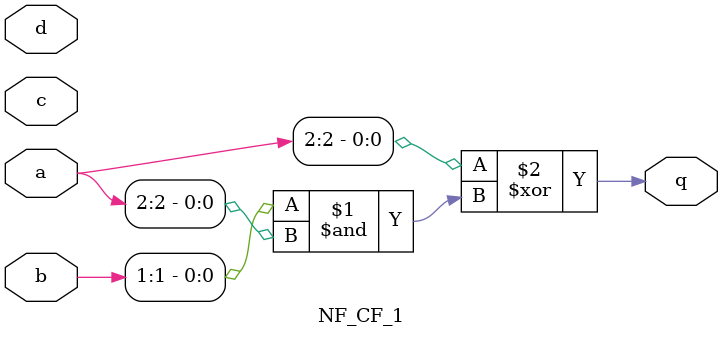
<source format=v>
/*
* -----------------------------------------------------------------
* COMPANY : Shandong University
* AUTHOR  : Yanhong Fan, Chaoran Wang, Lixuan Wu, Meiqin Wang
* DOCUMENT: "A Fast Search Method for 3-Share Second-Order Masking Schemes for Lightweight S-Boxes"  
* -----------------------------------------------------------------
*
* Copyright c 2024, Yanhong Fan, Chaoran Wang, Lixuan Wu, Meiqin Wang

*
* All rights reserved.
*
* THIS SOFTWARE IS PROVIDED BY THE COPYRIGHT HOLDERS AND CONTRIBUTORS "AS IS" AND
* ANY EXPRESS OR IMPLIED WARRANTIES, INCLUDING, BUT NOT LIMITED TO, THE IMPLIED
* WARRANTIES OF MERCHANTABILITY AND FITNESS FOR A PARTICULAR PURPOSE ARE
* DISCLAIMED. IN NO EVENT SHALL THE COPYRIGHT HOLDER OR CONTRIBUTERS BE LIABLE FOR ANY
* DIRECT, INDIRECT, INCIDENTAL, SPECIAL, EXEMPLARY, OR CONSEQUENTIAL DAMAGES
* INCLUDING, BUT NOT LIMITED TO, PROCUREMENT OF SUBSTITUTE GOODS OR SERVICES;
* LOSS OF USE, DATA, OR PROFITS; OR BUSINESS INTERRUPTION HOWEVER CAUSED AND
* ON ANY THEORY OF LIABILITY, WHETHER IN CONTRACT, STRICT LIABILITY, OR TORT
* INCLUDING NEGLIGENCE OR OTHERWISE ARISING IN ANY WAY OUT OF THE USE OF THIS
* SOFTWARE, EVEN IF ADVISED OF THE POSSIBILITY OF SUCH DAMAGE.
*
* Please see LICENSE and README for license and further instructions.
*/
module NF_CF_1(
    input [3:1] a,
    input [3:1] b,
    input [3:1] c,
    input [3:1] d,
    output q 
	 );
	 
	parameter num = 1;
	 
	generate

		if(num==0) begin
			assign q =1^ d[1]^(b[1]&a[1]);
		end
		if(num==1) begin
			assign q =a[2]^(b[1]&a[2]);
		end
		if(num==2) begin
			assign q = (b[1]&a[3]);
		end
		if(num==3) begin
			assign q = a[1]^ (b[2]&a[1]);
		end
		if(num==4) begin
			assign q =    (b[2]&a[2]);
		end
		if(num==5) begin
			assign q =    d[3]^(b[2]&a[3]);
		end
		if(num==6) begin
			assign q =     (b[3]&a[1]);
		end
		if(num==7) begin
			assign q =     d[2] ^ (b[3]&a[2]);
		end
		if(num==8) begin
			assign q =  a[3] ^ (b[3]&a[3]);
			
			
			
		end
		if(num==9) begin
			assign q = a[1] ^(c[1]&b[1]);
		end
		if(num==10) begin
			assign q = c[2] ^ (c[2]&b[1]);
		end
		if(num==11) begin
			assign q =        (c[3]&b[1]);
		end
		if(num==12) begin
			assign q =  c[1] ^ (c[1]&b[2]);
		end
		if(num==13) begin
			assign q =        (c[2]&b[2]);
		end
		if(num==14) begin
			assign q = a[3]^(c[3]&b[2]);
		end
		if(num==15) begin
			assign q =   (c[1]&b[3]);
		end
		if(num==16) begin
			assign q = a[2] ^ (c[2]&b[3]);
		end
		if(num==17) begin
			assign q = c[3] ^ (c[3]&b[3]);
		end

	endgenerate


endmodule

</source>
